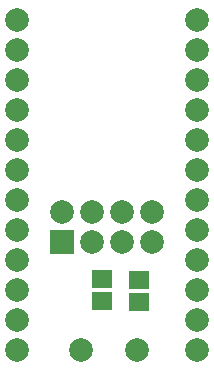
<source format=gbr>
G04 DipTrace 3.1.0.1*
G04 BottomMask.gbr*
%MOIN*%
G04 #@! TF.FileFunction,Soldermask,Bot*
G04 #@! TF.Part,Single*
%ADD35R,0.066929X0.059055*%
%ADD37C,0.07874*%
%ADD39C,0.07874*%
%ADD41R,0.07874X0.07874*%
%FSLAX26Y26*%
G04*
G70*
G90*
G75*
G01*
G04 BotMask*
%LPD*%
D41*
X593882Y804882D3*
D39*
Y904882D3*
X693882Y804882D3*
Y904882D3*
X793882Y804882D3*
Y904882D3*
X893882Y804882D3*
Y904882D3*
D37*
X444882Y444882D3*
X1044882D3*
X444882Y544882D3*
Y644882D3*
Y744882D3*
X1044882Y544882D3*
Y644882D3*
Y744882D3*
X444882Y844882D3*
Y944882D3*
Y1044882D3*
Y1144882D3*
Y1244882D3*
Y1344882D3*
Y1444882D3*
Y1544882D3*
X1044882Y844882D3*
Y944882D3*
Y1044882D3*
Y1144882D3*
Y1244882D3*
Y1344882D3*
Y1444882D3*
Y1544882D3*
D35*
X726882Y682651D3*
Y607848D3*
X850882Y679651D3*
Y604848D3*
D37*
X656882Y444882D3*
X844882D3*
M02*

</source>
